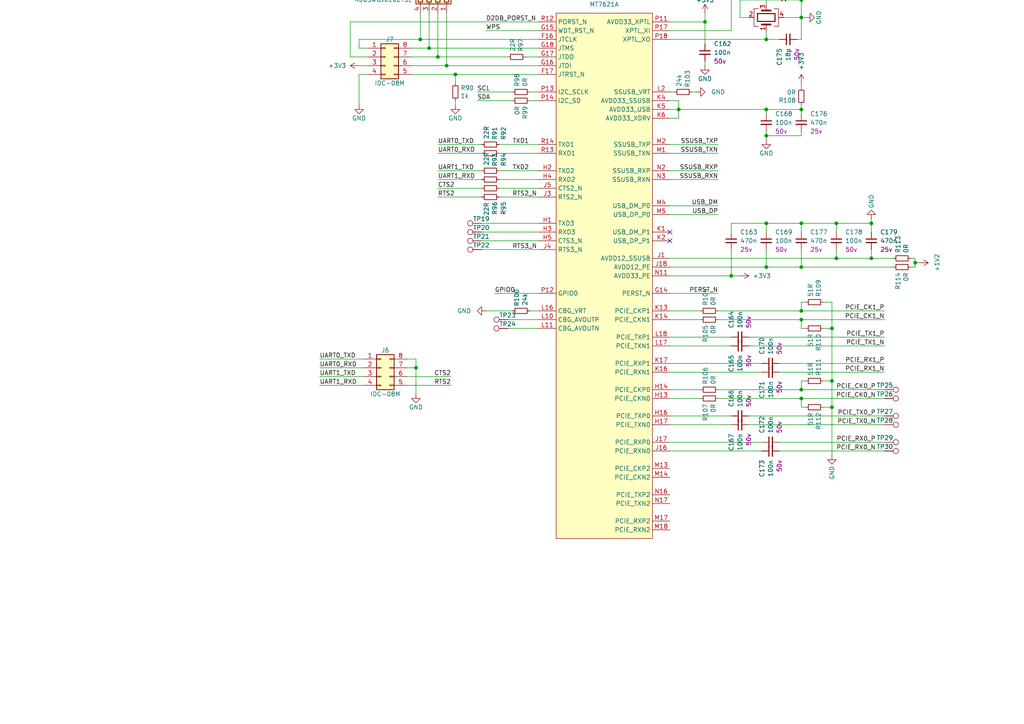
<source format=kicad_sch>
(kicad_sch (version 20211123) (generator eeschema)
  (paper "A4")
  (junction (at 232.41 0))
  (junction (at 127 16.51))
  (junction (at 222.25 31.75))
  (junction (at 168.91 -134.62))
  (junction (at 120.65 106.68))
  (junction (at 232.41 113.03))
  (junction (at 124.46 -7.62))
  (junction (at 185.42 -119.38))
  (junction (at 232.41 31.75))
  (junction (at 160.02 -127))
  (junction (at 242.57 64.77))
  (junction (at 184.15 -106.68))
  (junction (at 252.73 64.77))
  (junction (at 252.73 74.93))
  (junction (at 232.41 64.77))
  (junction (at 129.54 19.05))
  (junction (at 127 -7.62))
  (junction (at 185.42 -134.62))
  (junction (at 196.85 31.75))
  (junction (at 222.25 39.37))
  (junction (at 121.92 -7.62))
  (junction (at 222.25 77.47))
  (junction (at 241.3 118.11))
  (junction (at 176.53 -129.54))
  (junction (at 242.57 74.93))
  (junction (at 265.43 76.2))
  (junction (at 212.09 80.01))
  (junction (at 132.08 21.59))
  (junction (at 232.41 115.57))
  (junction (at 232.41 5.08))
  (junction (at 232.41 77.47))
  (junction (at 232.41 92.71))
  (junction (at 203.2 -67.31))
  (junction (at 121.92 11.43))
  (junction (at 232.41 90.17))
  (junction (at 124.46 13.97))
  (junction (at 222.25 -1.27))
  (junction (at 181.61 -99.06))
  (junction (at 185.42 -116.84))
  (junction (at 241.3 95.25))
  (junction (at 176.53 -134.62))
  (junction (at 185.42 -109.22))
  (junction (at 204.47 6.35))
  (junction (at 182.88 -101.6))
  (junction (at 241.3 110.49))
  (junction (at 222.25 64.77))
  (junction (at 222.25 11.43))
  (no_connect (at 194.31 67.31))
  (no_connect (at 194.31 69.85))
  (wire (pts (xy 196.85 31.75) (xy 196.85 34.29)))
  (wire (pts (xy 124.46 3.81) (xy 124.46 13.97)))
  (wire (pts (xy 204.47 3.81) (xy 204.47 6.35)))
  (wire (pts (xy 129.54 -7.62) (xy 129.54 -6.35)))
  (wire (pts (xy 127 57.15) (xy 139.7 57.15)))
  (wire (pts (xy 147.32 95.25) (xy 156.21 95.25)))
  (wire (pts (xy 138.43 -67.31) (xy 138.43 -66.04)))
  (wire (pts (xy 119.38 16.51) (xy 127 16.51)))
  (wire (pts (xy 194.31 113.03) (xy 203.2 113.03)))
  (wire (pts (xy 194.31 115.57) (xy 203.2 115.57)))
  (wire (pts (xy 232.41 11.43) (xy 232.41 5.08)))
  (wire (pts (xy 232.41 92.71) (xy 256.54 92.71)))
  (wire (pts (xy 232.41 31.75) (xy 232.41 30.48)))
  (wire (pts (xy 187.96 -101.6) (xy 182.88 -101.6)))
  (wire (pts (xy 127 44.45) (xy 139.7 44.45)))
  (wire (pts (xy 194.31 29.21) (xy 196.85 29.21)))
  (wire (pts (xy 104.14 30.48) (xy 104.14 21.59)))
  (wire (pts (xy 194.31 120.65) (xy 212.09 120.65)))
  (wire (pts (xy 168.91 -134.62) (xy 160.02 -134.62)))
  (wire (pts (xy 264.16 74.93) (xy 265.43 74.93)))
  (wire (pts (xy 121.92 -8.89) (xy 121.92 -7.62)))
  (wire (pts (xy 104.14 19.05) (xy 106.68 19.05)))
  (wire (pts (xy 232.41 110.49) (xy 232.41 113.03)))
  (wire (pts (xy 208.28 90.17) (xy 232.41 90.17)))
  (wire (pts (xy 101.6 6.35) (xy 156.21 6.35)))
  (wire (pts (xy 222.25 40.64) (xy 222.25 39.37)))
  (wire (pts (xy 99.06 -77.47) (xy 100.33 -77.47)))
  (wire (pts (xy 176.53 -129.54) (xy 179.07 -129.54)))
  (wire (pts (xy 184.15 -91.44) (xy 187.96 -91.44)))
  (wire (pts (xy 233.68 87.63) (xy 232.41 87.63)))
  (wire (pts (xy 242.57 64.77) (xy 232.41 64.77)))
  (wire (pts (xy 222.25 64.77) (xy 222.25 67.31)))
  (wire (pts (xy 185.42 -121.92) (xy 185.42 -119.38)))
  (wire (pts (xy 222.25 39.37) (xy 222.25 38.1)))
  (wire (pts (xy 232.41 115.57) (xy 256.54 115.57)))
  (wire (pts (xy 185.42 -93.98) (xy 187.96 -93.98)))
  (wire (pts (xy 176.53 -134.62) (xy 168.91 -134.62)))
  (wire (pts (xy 176.53 -127) (xy 176.53 -129.54)))
  (wire (pts (xy 217.17 123.19) (xy 256.54 123.19)))
  (wire (pts (xy 147.32 92.71) (xy 156.21 92.71)))
  (wire (pts (xy 92.71 104.14) (xy 105.41 104.14)))
  (wire (pts (xy 226.06 105.41) (xy 256.54 105.41)))
  (wire (pts (xy 208.28 44.45) (xy 194.31 44.45)))
  (wire (pts (xy 132.08 21.59) (xy 156.21 21.59)))
  (wire (pts (xy 232.41 5.08) (xy 232.41 0)))
  (wire (pts (xy 187.96 -109.22) (xy 185.42 -109.22)))
  (wire (pts (xy 265.43 76.2) (xy 265.43 77.47)))
  (wire (pts (xy 208.28 59.69) (xy 194.31 59.69)))
  (wire (pts (xy 222.25 11.43) (xy 226.06 11.43)))
  (wire (pts (xy 194.31 100.33) (xy 212.09 100.33)))
  (wire (pts (xy 227.33 5.08) (xy 232.41 5.08)))
  (wire (pts (xy 222.25 31.75) (xy 222.25 33.02)))
  (wire (pts (xy 185.42 -116.84) (xy 185.42 -114.3)))
  (wire (pts (xy 208.28 115.57) (xy 232.41 115.57)))
  (wire (pts (xy 184.15 -106.68) (xy 184.15 -91.44)))
  (wire (pts (xy 166.37 -67.31) (xy 166.37 -66.04)))
  (wire (pts (xy 139.7 64.77) (xy 156.21 64.77)))
  (wire (pts (xy 196.85 34.29) (xy 194.31 34.29)))
  (wire (pts (xy 92.71 106.68) (xy 105.41 106.68)))
  (wire (pts (xy 177.8 -77.47) (xy 176.53 -77.47)))
  (wire (pts (xy 233.68 118.11) (xy 232.41 118.11)))
  (wire (pts (xy 242.57 74.93) (xy 252.73 74.93)))
  (wire (pts (xy 118.11 106.68) (xy 120.65 106.68)))
  (wire (pts (xy 194.31 107.95) (xy 220.98 107.95)))
  (wire (pts (xy 176.53 -129.54) (xy 176.53 -134.62)))
  (wire (pts (xy 118.11 111.76) (xy 130.81 111.76)))
  (wire (pts (xy 149.86 -88.9) (xy 149.86 -77.47)))
  (wire (pts (xy 104.14 11.43) (xy 104.14 13.97)))
  (wire (pts (xy 124.46 -7.62) (xy 127 -7.62)))
  (wire (pts (xy 194.31 11.43) (xy 222.25 11.43)))
  (wire (pts (xy 242.57 64.77) (xy 242.57 67.31)))
  (wire (pts (xy 148.59 26.67) (xy 138.43 26.67)))
  (wire (pts (xy 238.76 95.25) (xy 241.3 95.25)))
  (wire (pts (xy 194.31 130.81) (xy 220.98 130.81)))
  (wire (pts (xy 168.91 -134.62) (xy 168.91 -133.35)))
  (wire (pts (xy 212.09 64.77) (xy 222.25 64.77)))
  (wire (pts (xy 232.41 90.17) (xy 256.54 90.17)))
  (wire (pts (xy 124.46 13.97) (xy 156.21 13.97)))
  (wire (pts (xy 210.82 -68.58) (xy 210.82 -67.31)))
  (wire (pts (xy 168.91 -101.6) (xy 182.88 -101.6)))
  (wire (pts (xy 127 54.61) (xy 139.7 54.61)))
  (wire (pts (xy 120.65 106.68) (xy 120.65 114.3)))
  (wire (pts (xy 194.31 80.01) (xy 212.09 80.01)))
  (wire (pts (xy 265.43 74.93) (xy 265.43 76.2)))
  (wire (pts (xy 194.31 97.79) (xy 212.09 97.79)))
  (wire (pts (xy 204.47 19.05) (xy 204.47 17.78)))
  (wire (pts (xy 212.09 -1.27) (xy 222.25 -1.27)))
  (wire (pts (xy 195.58 26.67) (xy 194.31 26.67)))
  (wire (pts (xy 144.78 52.07) (xy 156.21 52.07)))
  (wire (pts (xy 92.71 109.22) (xy 105.41 109.22)))
  (wire (pts (xy 99.06 -88.9) (xy 99.06 -77.47)))
  (wire (pts (xy 222.25 8.89) (xy 222.25 11.43)))
  (wire (pts (xy 143.51 85.09) (xy 156.21 85.09)))
  (wire (pts (xy 97.79 -99.06) (xy 163.83 -99.06)))
  (wire (pts (xy 121.92 -7.62) (xy 124.46 -7.62)))
  (wire (pts (xy 104.14 21.59) (xy 106.68 21.59)))
  (wire (pts (xy 232.41 24.13) (xy 232.41 25.4)))
  (wire (pts (xy 203.2 -68.58) (xy 203.2 -67.31)))
  (wire (pts (xy 194.31 105.41) (xy 220.98 105.41)))
  (wire (pts (xy 176.53 -134.62) (xy 185.42 -134.62)))
  (wire (pts (xy 232.41 -1.27) (xy 229.87 -1.27)))
  (wire (pts (xy 185.42 -137.16) (xy 185.42 -134.62)))
  (wire (pts (xy 101.6 16.51) (xy 106.68 16.51)))
  (wire (pts (xy 182.88 -101.6) (xy 182.88 -86.36)))
  (wire (pts (xy 212.09 8.89) (xy 212.09 -1.27)))
  (wire (pts (xy 232.41 118.11) (xy 232.41 115.57)))
  (wire (pts (xy 196.85 31.75) (xy 222.25 31.75)))
  (wire (pts (xy 101.6 6.35) (xy 101.6 16.51)))
  (wire (pts (xy 231.14 11.43) (xy 232.41 11.43)))
  (wire (pts (xy 232.41 39.37) (xy 232.41 38.1)))
  (wire (pts (xy 196.85 31.75) (xy 194.31 31.75)))
  (wire (pts (xy 154.94 -77.47) (xy 156.21 -77.47)))
  (wire (pts (xy 222.25 77.47) (xy 232.41 77.47)))
  (wire (pts (xy 252.73 74.93) (xy 252.73 72.39)))
  (wire (pts (xy 232.41 64.77) (xy 222.25 64.77)))
  (wire (pts (xy 127 3.81) (xy 127 16.51)))
  (wire (pts (xy 154.94 -88.9) (xy 154.94 -77.47)))
  (wire (pts (xy 187.96 -106.68) (xy 184.15 -106.68)))
  (wire (pts (xy 121.92 -77.47) (xy 120.65 -77.47)))
  (wire (pts (xy 104.14 11.43) (xy 121.92 11.43)))
  (wire (pts (xy 222.25 -1.27) (xy 224.79 -1.27)))
  (wire (pts (xy 217.17 120.65) (xy 256.54 120.65)))
  (wire (pts (xy 201.93 26.67) (xy 200.66 26.67)))
  (wire (pts (xy 194.31 74.93) (xy 242.57 74.93)))
  (wire (pts (xy 187.96 -83.82) (xy 181.61 -83.82)))
  (wire (pts (xy 208.28 92.71) (xy 232.41 92.71)))
  (wire (pts (xy 222.25 1.27) (xy 222.25 -1.27)))
  (wire (pts (xy 119.38 19.05) (xy 129.54 19.05)))
  (wire (pts (xy 194.31 77.47) (xy 222.25 77.47)))
  (wire (pts (xy 187.96 -121.92) (xy 185.42 -121.92)))
  (wire (pts (xy 92.71 111.76) (xy 105.41 111.76)))
  (wire (pts (xy 140.97 90.17) (xy 148.59 90.17)))
  (wire (pts (xy 144.78 54.61) (xy 156.21 54.61)))
  (wire (pts (xy 208.28 49.53) (xy 194.31 49.53)))
  (wire (pts (xy 129.54 19.05) (xy 156.21 19.05)))
  (wire (pts (xy 124.46 -7.62) (xy 124.46 -6.35)))
  (wire (pts (xy 241.3 118.11) (xy 241.3 132.08)))
  (wire (pts (xy 226.06 128.27) (xy 256.54 128.27)))
  (wire (pts (xy 139.7 67.31) (xy 156.21 67.31)))
  (wire (pts (xy 97.79 -106.68) (xy 184.15 -106.68)))
  (wire (pts (xy 226.06 107.95) (xy 256.54 107.95)))
  (wire (pts (xy 184.15 -129.54) (xy 187.96 -129.54)))
  (wire (pts (xy 121.92 -7.62) (xy 121.92 -6.35)))
  (wire (pts (xy 232.41 77.47) (xy 259.08 77.47)))
  (wire (pts (xy 121.92 11.43) (xy 156.21 11.43)))
  (wire (pts (xy 194.31 90.17) (xy 203.2 90.17)))
  (wire (pts (xy 144.78 44.45) (xy 156.21 44.45)))
  (wire (pts (xy 132.08 21.59) (xy 132.08 24.13)))
  (wire (pts (xy 127 -7.62) (xy 129.54 -7.62)))
  (wire (pts (xy 127 52.07) (xy 139.7 52.07)))
  (wire (pts (xy 168.91 -127) (xy 168.91 -128.27)))
  (wire (pts (xy 238.76 87.63) (xy 241.3 87.63)))
  (wire (pts (xy 252.73 64.77) (xy 252.73 67.31)))
  (wire (pts (xy 127 41.91) (xy 139.7 41.91)))
  (wire (pts (xy 217.17 100.33) (xy 256.54 100.33)))
  (wire (pts (xy 194.31 128.27) (xy 220.98 128.27)))
  (wire (pts (xy 232.41 31.75) (xy 232.41 33.02)))
  (wire (pts (xy 97.79 -119.38) (xy 185.42 -119.38)))
  (wire (pts (xy 185.42 -134.62) (xy 187.96 -134.62)))
  (wire (pts (xy 233.68 95.25) (xy 232.41 95.25)))
  (wire (pts (xy 120.65 104.14) (xy 120.65 106.68)))
  (wire (pts (xy 241.3 110.49) (xy 241.3 118.11)))
  (wire (pts (xy 185.42 -119.38) (xy 187.96 -119.38)))
  (wire (pts (xy 181.61 -99.06) (xy 187.96 -99.06)))
  (wire (pts (xy 208.28 113.03) (xy 232.41 113.03)))
  (wire (pts (xy 127 -88.9) (xy 127 -77.47)))
  (wire (pts (xy 132.08 30.48) (xy 132.08 29.21)))
  (wire (pts (xy 232.41 113.03) (xy 256.54 113.03)))
  (wire (pts (xy 168.91 -99.06) (xy 181.61 -99.06)))
  (wire (pts (xy 144.78 41.91) (xy 156.21 41.91)))
  (wire (pts (xy 182.88 -86.36) (xy 187.96 -86.36)))
  (wire (pts (xy 152.4 16.51) (xy 156.21 16.51)))
  (wire (pts (xy 153.67 90.17) (xy 156.21 90.17)))
  (wire (pts (xy 203.2 -67.31) (xy 203.2 -66.04)))
  (wire (pts (xy 148.59 29.21) (xy 138.43 29.21)))
  (wire (pts (xy 252.73 74.93) (xy 259.08 74.93)))
  (wire (pts (xy 160.02 -128.27) (xy 160.02 -127)))
  (wire (pts (xy 212.09 80.01) (xy 212.09 72.39)))
  (wire (pts (xy 194.31 123.19) (xy 212.09 123.19)))
  (wire (pts (xy 185.42 -109.22) (xy 185.42 -93.98)))
  (wire (pts (xy 217.17 5.08) (xy 214.63 5.08)))
  (wire (pts (xy 208.28 52.07) (xy 194.31 52.07)))
  (wire (pts (xy 179.07 -127) (xy 176.53 -127)))
  (wire (pts (xy 140.97 8.89) (xy 156.21 8.89)))
  (wire (pts (xy 233.68 5.08) (xy 232.41 5.08)))
  (wire (pts (xy 127 -77.47) (xy 128.27 -77.47)))
  (wire (pts (xy 149.86 -77.47) (xy 148.59 -77.47)))
  (wire (pts (xy 144.78 49.53) (xy 156.21 49.53)))
  (wire (pts (xy 153.67 29.21) (xy 156.21 29.21)))
  (wire (pts (xy 104.14 13.97) (xy 106.68 13.97)))
  (wire (pts (xy 238.76 118.11) (xy 241.3 118.11)))
  (wire (pts (xy 266.7 76.2) (xy 265.43 76.2)))
  (wire (pts (xy 204.47 6.35) (xy 194.31 6.35)))
  (wire (pts (xy 233.68 110.49) (xy 232.41 110.49)))
  (wire (pts (xy 232.41 64.77) (xy 232.41 67.31)))
  (wire (pts (xy 177.8 -88.9) (xy 177.8 -77.47)))
  (wire (pts (xy 144.78 57.15) (xy 156.21 57.15)))
  (wire (pts (xy 241.3 95.25) (xy 241.3 110.49)))
  (wire (pts (xy 130.81 109.22) (xy 118.11 109.22)))
  (wire (pts (xy 97.79 -101.6) (xy 163.83 -101.6)))
  (wire (pts (xy 121.92 3.81) (xy 121.92 11.43)))
  (wire (pts (xy 160.02 -127) (xy 160.02 -125.73)))
  (wire (pts (xy 238.76 110.49) (xy 241.3 110.49)))
  (wire (pts (xy 208.28 41.91) (xy 194.31 41.91)))
  (wire (pts (xy 214.63 0) (xy 232.41 0)))
  (wire (pts (xy 226.06 130.81) (xy 256.54 130.81)))
  (wire (pts (xy 222.25 31.75) (xy 232.41 31.75)))
  (wire (pts (xy 153.67 26.67) (xy 156.21 26.67)))
  (wire (pts (xy 204.47 12.7) (xy 204.47 6.35)))
  (wire (pts (xy 232.41 87.63) (xy 232.41 90.17)))
  (wire (pts (xy 222.25 72.39) (xy 222.25 77.47)))
  (wire (pts (xy 187.96 -116.84) (xy 185.42 -116.84)))
  (wire (pts (xy 139.7 72.39) (xy 156.21 72.39)))
  (wire (pts (xy 121.92 -88.9) (xy 121.92 -77.47)))
  (wire (pts (xy 185.42 -114.3) (xy 187.96 -114.3)))
  (wire (pts (xy 214.63 80.01) (xy 212.09 80.01)))
  (wire (pts (xy 242.57 74.93) (xy 242.57 72.39)))
  (wire (pts (xy 181.61 -83.82) (xy 181.61 -99.06)))
  (wire (pts (xy 119.38 13.97) (xy 124.46 13.97)))
  (wire (pts (xy 242.57 64.77) (xy 252.73 64.77)))
  (wire (pts (xy 222.25 39.37) (xy 232.41 39.37)))
  (wire (pts (xy 139.7 69.85) (xy 156.21 69.85)))
  (wire (pts (xy 217.17 97.79) (xy 256.54 97.79)))
  (wire (pts (xy 196.85 29.21) (xy 196.85 31.75)))
  (wire (pts (xy 232.41 95.25) (xy 232.41 92.71)))
  (wire (pts (xy 212.09 64.77) (xy 212.09 67.31)))
  (wire (pts (xy 110.49 -67.31) (xy 110.49 -66.04)))
  (wire (pts (xy 208.28 62.23) (xy 194.31 62.23)))
  (wire (pts (xy 97.79 -116.84) (xy 185.42 -116.84)))
  (wire (pts (xy 118.11 104.14) (xy 120.65 104.14)))
  (wire (pts (xy 160.02 -134.62) (xy 160.02 -133.35)))
  (wire (pts (xy 252.73 63.5) (xy 252.73 64.77)))
  (wire (pts (xy 127 49.53) (xy 139.7 49.53)))
  (wire (pts (xy 265.43 77.47) (xy 264.16 77.47)))
  (wire (pts (xy 194.31 8.89) (xy 212.09 8.89)))
  (wire (pts (xy 184.15 -127) (xy 187.96 -127)))
  (wire (pts (xy 232.41 0) (xy 232.41 -1.27)))
  (wire (pts (xy 214.63 5.08) (xy 214.63 0)))
  (wire (pts (xy 127 -7.62) (xy 127 -6.35)))
  (wire (pts (xy 232.41 72.39) (xy 232.41 77.47)))
  (wire (pts (xy 194.31 92.71) (xy 203.2 92.71)))
  (wire (pts (xy 203.2 -67.31) (xy 210.82 -67.31)))
  (wire (pts (xy 241.3 87.63) (xy 241.3 95.25)))
  (wire (pts (xy 97.79 -109.22) (xy 185.42 -109.22)))
  (wire (pts (xy 127 16.51) (xy 147.32 16.51)))
  (wire (pts (xy 160.02 -127) (xy 168.91 -127)))
  (wire (pts (xy 129.54 3.81) (xy 129.54 19.05)))
  (wire (pts (xy 194.31 85.09) (xy 208.28 85.09)))
  (wire (pts (xy 119.38 21.59) (xy 132.08 21.59)))
  (label "SSUSB_RXP" (at 149.86 -88.9 270))
  (label "SDA" (at 138.43 29.21 0))
  (label "SSUSB_RXN" (at 97.79 -109.22 0))
  (label "SSUSB_RXN" (at 208.28 52.07 180))
  (label "SSUSB_RXP" (at 208.28 49.53 180))
  (label "USB_DP" (at 97.79 -116.84 0))
  (label "SSUSB_RXN" (at 127 -88.9 270))
  (label "SSUSB_TXN" (at 154.94 -88.9 270))
  (label "USB_DP" (at 208.28 62.23 180))
  (label "GPIO0" (at 143.51 85.09 0))
  (label "USB_DM" (at 208.28 59.69 180))
  (label "USB_DM" (at 99.06 -88.9 270))
  (label "UART0_TXD" (at 92.71 104.14 0))
  (label "UART1_RXD" (at 92.71 111.76 0))
  (label "TXD2" (at 148.59 49.53 0))
  (label "PCIE_RX0_P" (at 254 128.27 180))
  (label "PCIE_CK0_N" (at 254 115.57 180))
  (label "UART1_RXD" (at 127 52.07 0))
  (label "CTS2" (at 127 54.61 0))
  (label "WPS" (at 140.97 8.89 0))
  (label "PCIE_TX0_P" (at 254 120.65 180))
  (label "UART1_TXD" (at 127 49.53 0))
  (label "PCIE_TX0_N" (at 254 123.19 180))
  (label "PCIE_CK0_P" (at 254 113.03 180))
  (label "D2DB_PORST_N" (at 140.97 6.35 0))
  (label "PCIE_RX1_P" (at 256.54 105.41 180))
  (label "RTS2" (at 127 57.15 0))
  (label "SCL" (at 138.43 26.67 0))
  (label "PCIE_RX0_N" (at 254 130.81 180))
  (label "PCIE_TX1_N" (at 256.54 100.33 180))
  (label "PCIE_CK1_N" (at 256.54 92.71 180))
  (label "UART0_RXD" (at 127 44.45 0))
  (label "PCIE_RX1_N" (at 256.54 107.95 180))
  (label "SSUSB_RXP" (at 97.79 -106.68 0))
  (label "SSUSB_TXP" (at 208.28 41.91 180))
  (label "SSUSB_TXP" (at 97.79 -99.06 0))
  (label "USB_DM" (at 97.79 -119.38 0))
  (label "RTS3_N" (at 148.59 72.39 0))
  (label "SSUSB_TXN" (at 208.28 44.45 180))
  (label "RTS2_N" (at 148.59 57.15 0))
  (label "UART0_TXD" (at 127 41.91 0))
  (label "UART0_RXD" (at 92.71 106.68 0))
  (label "SSUSB_TXP" (at 177.8 -88.9 270))
  (label "TXD1" (at 148.59 41.91 0))
  (label "RTS2" (at 130.81 111.76 180))
  (label "PCIE_CK1_P" (at 256.54 90.17 180))
  (label "SSUSB_TXN" (at 97.79 -101.6 0))
  (label "UART1_TXD" (at 92.71 109.22 0))
  (label "CTS2" (at 130.81 109.22 180))
  (label "PERST_N" (at 208.28 85.09 180))
  (label "PCIE_TX1_P" (at 256.54 97.79 180))
  (label "USB_DP" (at 121.92 -88.9 270))
  (symbol (lib_id "power:GND") (at 204.47 19.05 0) (mirror y) (unit 1)
    (property "Reference" "#PWR0211" (effects hide))
    (property "Value" "GND" (at 204.47 22.86 0))
  )
  (symbol (lib_id "Device:C_Small") (at 232.41 35.56 0) (unit 1)
    (property "Reference" "C176" (at 234.95 33.02 0) (effects (justify left)))
    (property "Value" "470n" (at 234.95 35.56 0) (effects (justify left)))
    (property "Footprint" "Capacitor_SMD:C_0603_1608Metric" (effects hide))
    (property "lcsc" "C1623" (effects hide))
    (property "Coefficient" "X7R" (effects hide))
    (property "Voltage" "25v" (at 234.95 38.1 0) (effects (justify left)))
  )
  (symbol (lib_id "power:GND") (at 241.3 132.08 0) (mirror y) (unit 1)
    (property "Reference" "#PWR0222" (effects hide))
    (property "Value" "GND" (at 241.3 137.16 90))
  )
  (symbol (lib_id "Device:R_Small") (at 205.74 113.03 270) (unit 1)
    (property "Reference" "R106" (at 204.5716 111.5314 0) (effects (justify right)))
    (property "Value" "0R" (at 206.883 111.5314 0) (effects (justify right)))
    (property "Footprint" "Resistor_SMD:R_0603_1608Metric" (effects hide))
    (property "lcsc" "C21189" (effects hide))
    (property "Coefficient" "1%" (effects hide))
  )
  (symbol (lib_id "power:GND") (at 233.68 5.08 90) (mirror x) (unit 1)
    (property "Reference" "#PWR0212" (effects hide))
    (property "Value" "GND" (at 237.49 5.08 0))
  )
  (symbol (lib_id "power:GND") (at 160.02 -125.73 0) (unit 1)
    (property "Reference" "#PWR0215" (effects hide))
    (property "Value" "GND" (at 160.02 -121.92 0))
  )
  (symbol (lib_id "Device:C_Small") (at 223.52 105.41 90) (unit 1)
    (property "Reference" "C170" (at 220.98 102.87 0) (effects (justify left)))
    (property "Value" "100n" (at 223.52 102.87 0) (effects (justify left)))
    (property "Footprint" "Capacitor_SMD:C_0603_1608Metric" (effects hide))
    (property "lcsc" "C14663" (effects hide))
    (property "Coefficient" "X7R" (effects hide))
    (property "Voltage" "50v" (at 226.06 102.87 0) (effects (justify left)))
  )
  (symbol (lib_id "power:GND") (at 201.93 26.67 90) (mirror x) (unit 1)
    (property "Reference" "#PWR0213" (effects hide))
    (property "Value" "GND" (at 208.28 26.67 90))
  )
  (symbol (lib_id "Device:C_Small") (at 223.52 130.81 90) (mirror x) (unit 1)
    (property "Reference" "C173" (at 220.98 133.35 0) (effects (justify left)))
    (property "Value" "100n" (at 223.52 133.35 0) (effects (justify left)))
    (property "Footprint" "Capacitor_SMD:C_0603_1608Metric" (effects hide))
    (property "lcsc" "C14663" (effects hide))
    (property "Coefficient" "X7R" (effects hide))
    (property "Voltage" "50v" (at 226.06 133.35 0) (effects (justify left)))
  )
  (symbol (lib_id "Device:C_Small") (at 214.63 100.33 90) (mirror x) (unit 1)
    (property "Reference" "C165" (at 212.09 102.87 0) (effects (justify left)))
    (property "Value" "100n" (at 214.63 102.87 0) (effects (justify left)))
    (property "Footprint" "Capacitor_SMD:C_0603_1608Metric" (effects hide))
    (property "lcsc" "C14663" (effects hide))
    (property "Coefficient" "X7R" (effects hide))
    (property "Voltage" "50v" (at 217.17 102.87 0) (effects (justify left)))
  )
  (symbol (lib_id "Device:R_Small") (at 151.13 90.17 270) (unit 1)
    (property "Reference" "R100" (at 149.86 88.9 0) (effects (justify right)))
    (property "Value" "24k" (at 152.273 88.6714 0) (effects (justify right)))
    (property "Footprint" "Resistor_SMD:R_0603_1608Metric" (effects hide))
    (property "lcsc" "C23352" (effects hide))
    (property "Coefficient" "1%" (effects hide))
  )
  (symbol (lib_id "Device:R_Small") (at 236.22 87.63 90) (mirror x) (unit 1)
    (property "Reference" "R109" (at 237.3884 86.1314 0) (effects (justify right)))
    (property "Value" "51R" (at 235.077 86.1314 0) (effects (justify right)))
    (property "Footprint" "Resistor_SMD:R_0603_1608Metric" (effects hide))
    (property "lcsc" "C23197" (effects hide))
    (property "Coefficient" "1%" (effects hide))
  )
  (symbol (lib_id "Device:R_Small") (at 142.24 54.61 90) (mirror x) (unit 1)
    (property "Reference" "R95" (at 146.05 58.42 0) (effects (justify left)))
    (property "Value" "22R" (effects hide))
    (property "Footprint" "Resistor_SMD:R_0603_1608Metric" (effects hide))
    (property "lcsc" "C23345" (effects hide))
    (property "Coefficient" "1%" (effects hide))
  )
  (symbol (lib_id "power:GND") (at 104.14 30.48 0) (unit 1)
    (property "Reference" "#PWR0221" (effects hide))
    (property "Value" "GND" (at 104.14 34.29 0))
  )
  (symbol (lib_id "power:GND") (at 140.97 90.17 270) (unit 1)
    (property "Reference" "#PWR0219" (effects hide))
    (property "Value" "GND" (at 134.62 90.17 90))
  )
  (symbol (lib_id "Connector:TestPoint") (at 147.32 92.71 90) (unit 1) (in_bom no)
    (property "Reference" "TP23" (at 144.78 91.44 90) (effects (justify right)))
    (property "Value" "TestPoint" (effects hide))
    (property "Footprint" "TestPoint:TestPoint_Pad_D1.0mm" (effects hide))
  )
  (symbol (lib_id "power:GND") (at 222.25 40.64 0) (unit 1)
    (property "Reference" "#PWR0223" (effects hide))
    (property "Value" "GND" (at 222.25 44.45 0))
  )
  (symbol (lib_id "Device:C_Small") (at 168.91 -130.81 0) (unit 1)
    (property "Reference" "C161" (at 171.45 -133.35 0) (effects (justify left)))
    (property "Value" "100n" (at 171.45 -130.81 0) (effects (justify left)))
    (property "Footprint" "Capacitor_SMD:C_0603_1608Metric" (effects hide))
    (property "lcsc" "C14663" (effects hide))
    (property "Coefficient" "X7R" (effects hide))
    (property "Voltage" "50v" (at 171.45 -128.27 0) (effects (justify left)))
  )
  (symbol (lib_id "Device:R_Small") (at 205.74 115.57 270) (mirror x) (unit 1)
    (property "Reference" "R107" (at 204.5716 117.0686 0) (effects (justify right)))
    (property "Value" "0R" (at 206.883 117.0686 0) (effects (justify right)))
    (property "Footprint" "Resistor_SMD:R_0603_1608Metric" (effects hide))
    (property "lcsc" "C21189" (effects hide))
    (property "Coefficient" "1%" (effects hide))
  )
  (symbol (lib_id "Device:C_Small") (at 252.73 69.85 0) (unit 1)
    (property "Reference" "C179" (at 255.27 67.31 0) (effects (justify left)))
    (property "Value" "470n" (at 255.27 69.85 0) (effects (justify left)))
    (property "Footprint" "Capacitor_SMD:C_0603_1608Metric" (effects hide))
    (property "lcsc" "C1623" (effects hide))
    (property "Coefficient" "X7R" (effects hide))
    (property "Voltage" "25v" (at 255.27 72.39 0) (effects (justify left)))
  )
  (symbol (lib_id "Device:R_Small") (at 149.86 16.51 90) (mirror x) (unit 1)
    (property "Reference" "R97" (at 151.0284 15.0114 0) (effects (justify right)))
    (property "Value" "22R" (at 148.717 15.0114 0) (effects (justify right)))
    (property "Footprint" "Resistor_SMD:R_0603_1608Metric" (effects hide))
    (property "lcsc" "C23345" (effects hide))
    (property "Coefficient" "1%" (effects hide))
  )
  (symbol (lib_id "Device:R_Small") (at 142.24 41.91 90) (mirror x) (unit 1)
    (property "Reference" "R91" (at 143.51 40.64 0) (effects (justify right)))
    (property "Value" "22R" (at 141.097 40.4114 0) (effects (justify right)))
    (property "Footprint" "Resistor_SMD:R_0603_1608Metric" (effects hide))
    (property "lcsc" "C23345" (effects hide))
    (property "Coefficient" "1%" (effects hide))
  )
  (symbol (lib_id "power:GND") (at 110.49 -66.04 0) (unit 1)
    (property "Reference" "#PWR0217" (effects hide))
    (property "Value" "GND" (at 110.49 -62.23 0))
  )
  (symbol (lib_id "Device:R_Small") (at 142.24 44.45 90) (unit 1)
    (property "Reference" "R92" (at 146.05 40.64 0) (effects (justify left)))
    (property "Value" "22R" (effects hide))
    (property "Footprint" "Resistor_SMD:R_0603_1608Metric" (effects hide))
    (property "lcsc" "C23345" (effects hide))
    (property "Coefficient" "1%" (effects hide))
  )
  (symbol (lib_id "MAS_IC_MCU:MT7621A") (at 175.26 66.04 0) (unit 2)
    (property "Reference" "U2" (at 175.26 -1.27 0))
    (property "Value" "MT7621A" (at 175.26 1.27 0))
    (property "Footprint" "MAS_Package_std:TFBGA-387_11.7x13.6mm_P0.65mm" (effects hide))
    (property "Datasheet" "https://www.t-firefly.com/download/FireWRT/hardware/MT7621.pdf" (effects hide))
  )
  (symbol (lib_id "Device:R_Small") (at 181.61 -129.54 270) (unit 1)
    (property "Reference" "R101" (at 180.4416 -131.0386 0) (effects (justify right)))
    (property "Value" "22k" (at 182.753 -131.0386 0) (effects (justify right)))
    (property "Footprint" "Resistor_SMD:R_0603_1608Metric" (effects hide))
    (property "lcsc" "C31850" (effects hide))
    (property "Coefficient" "1%" (effects hide))
  )
  (symbol (lib_id "Device:C_Small") (at 212.09 69.85 0) (unit 1)
    (property "Reference" "C163" (at 214.63 67.31 0) (effects (justify left)))
    (property "Value" "470n" (at 214.63 69.85 0) (effects (justify left)))
    (property "Footprint" "Capacitor_SMD:C_0603_1608Metric" (effects hide))
    (property "lcsc" "C1623" (effects hide))
    (property "Coefficient" "X7R" (effects hide))
    (property "Voltage" "25v" (at 214.63 72.39 0) (effects (justify left)))
  )
  (symbol (lib_id "Device:C_Small") (at 166.37 -101.6 90) (unit 1)
    (property "Reference" "C159" (at 163.83 -104.14 0) (effects (justify left)))
    (property "Value" "100n" (at 166.37 -104.14 0) (effects (justify left)))
    (property "Footprint" "Capacitor_SMD:C_0603_1608Metric" (effects hide))
    (property "lcsc" "C14663" (effects hide))
    (property "Coefficient" "X7R" (effects hide))
    (property "Voltage" "50v" (at 168.91 -104.14 0) (effects (justify left)))
  )
  (symbol (lib_id "Device:R_Small") (at 205.74 92.71 270) (mirror x) (unit 1)
    (property "Reference" "R105" (at 204.5716 94.2086 0) (effects (justify right)))
    (property "Value" "0R" (at 206.883 94.2086 0) (effects (justify right)))
    (property "Footprint" "Resistor_SMD:R_0603_1608Metric" (effects hide))
    (property "lcsc" "C21189" (effects hide))
    (property "Coefficient" "1%" (effects hide))
  )
  (symbol (lib_id "Device:R_Small") (at 142.24 49.53 90) (mirror x) (unit 1)
    (property "Reference" "R93" (at 143.51 48.26 0) (effects (justify right)))
    (property "Value" "22R" (at 141.097 48.0314 0) (effects (justify right)))
    (property "Footprint" "Resistor_SMD:R_0603_1608Metric" (effects hide))
    (property "lcsc" "C23345" (effects hide))
    (property "Coefficient" "1%" (effects hide))
  )
  (symbol (lib_id "power:+5V") (at 185.42 -137.16 0) (unit 1)
    (property "Reference" "#PWR0214" (effects hide))
    (property "Value" "+5V" (at 185.42 -140.97 0))
  )
  (symbol (lib_id "Device:R_Small") (at 232.41 27.94 0) (unit 1)
    (property "Reference" "R108" (at 230.9114 29.1084 0) (effects (justify right)))
    (property "Value" "0R" (at 230.9114 26.797 0) (effects (justify right)))
    (property "Footprint" "Resistor_SMD:R_0603_1608Metric" (effects hide))
    (property "lcsc" "C21189" (effects hide))
    (property "Coefficient" "1%" (effects hide))
  )
  (symbol (lib_id "Device:R_Small") (at 236.22 118.11 90) (unit 1)
    (property "Reference" "R112" (at 237.3884 119.6086 0) (effects (justify right)))
    (property "Value" "51R" (at 235.077 119.6086 0) (effects (justify right)))
    (property "Footprint" "Resistor_SMD:R_0603_1608Metric" (effects hide))
    (property "lcsc" "C23197" (effects hide))
    (property "Coefficient" "1%" (effects hide))
  )
  (symbol (lib_id "power:GND") (at 132.08 30.48 0) (unit 1)
    (property "Reference" "#PWR0218" (effects hide))
    (property "Value" "GND" (at 132.08 34.29 0))
  )
  (symbol (lib_id "main-rescue:+3.3V-power") (at 121.92 -8.89 0) (mirror y) (unit 1)
    (property "Reference" "#U0120" (effects hide))
    (property "Value" "+3.3V" (at 121.92 -15.24 90))
  )
  (symbol (lib_id "Device:C_Small") (at 214.63 97.79 90) (unit 1)
    (property "Reference" "C164" (at 212.09 95.25 0) (effects (justify left)))
    (property "Value" "100n" (at 214.63 95.25 0) (effects (justify left)))
    (property "Footprint" "Capacitor_SMD:C_0603_1608Metric" (effects hide))
    (property "lcsc" "C14663" (effects hide))
    (property "Coefficient" "X7R" (effects hide))
    (property "Voltage" "50v" (at 217.17 95.25 0) (effects (justify left)))
  )
  (symbol (lib_id "Device:R_Small") (at 205.74 90.17 270) (unit 1)
    (property "Reference" "R104" (at 204.5716 88.6714 0) (effects (justify right)))
    (property "Value" "0R" (at 206.883 88.6714 0) (effects (justify right)))
    (property "Footprint" "Resistor_SMD:R_0603_1608Metric" (effects hide))
    (property "lcsc" "C21189" (effects hide))
    (property "Coefficient" "1%" (effects hide))
  )
  (symbol (lib_id "power:GND") (at 203.2 -66.04 0) (unit 1)
    (property "Reference" "#PWR0210" (effects hide))
    (property "Value" "GND" (at 203.2 -62.23 0))
  )
  (symbol (lib_id "Device:R_Small") (at 261.62 77.47 270) (mirror x) (unit 1)
    (property "Reference" "R114" (at 260.4516 78.9686 0) (effects (justify right)))
    (property "Value" "0R" (at 262.763 78.9686 0) (effects (justify right)))
    (property "Footprint" "Resistor_SMD:R_0603_1608Metric" (effects hide))
    (property "lcsc" "C21189" (effects hide))
    (property "Coefficient" "1%" (effects hide))
  )
  (symbol (lib_id "Device:R_Small") (at 181.61 -127 270) (mirror x) (unit 1)
    (property "Reference" "R102" (at 180.4416 -125.5014 0) (effects (justify right)))
    (property "Value" "22k" (at 182.753 -125.5014 0) (effects (justify right)))
    (property "Footprint" "Resistor_SMD:R_0603_1608Metric" (effects hide))
    (property "lcsc" "C31850" (effects hide))
    (property "Coefficient" "1%" (effects hide))
  )
  (symbol (lib_id "main-rescue:+3.3V-power") (at 214.63 80.01 270) (mirror x) (unit 1)
    (property "Reference" "#U0124" (effects hide))
    (property "Value" "+3.3V" (at 220.98 80.01 90))
  )
  (symbol (lib_id "main-rescue:+3.3V-power") (at 232.41 24.13 0) (mirror y) (unit 1)
    (property "Reference" "#U0121" (effects hide))
    (property "Value" "+3.3V" (at 232.41 17.78 90))
  )
  (symbol (lib_id "Device:R_Small") (at 236.22 95.25 90) (unit 1)
    (property "Reference" "R110" (at 237.3884 96.7486 0) (effects (justify right)))
    (property "Value" "51R" (at 235.077 96.7486 0) (effects (justify right)))
    (property "Footprint" "Resistor_SMD:R_0603_1608Metric" (effects hide))
    (property "lcsc" "C23197" (effects hide))
    (property "Coefficient" "1%" (effects hide))
  )
  (symbol (lib_id "power:GND") (at 138.43 -66.04 0) (unit 1)
    (property "Reference" "#PWR0216" (effects hide))
    (property "Value" "GND" (at 138.43 -62.23 0))
  )
  (symbol (lib_id "Device:R_Small") (at 142.24 57.15 90) (unit 1)
    (property "Reference" "R96" (at 143.51 58.42 0) (effects (justify right)))
    (property "Value" "22R" (at 141.097 58.6486 0) (effects (justify right)))
    (property "Footprint" "Resistor_SMD:R_0603_1608Metric" (effects hide))
    (property "lcsc" "C23345" (effects hide))
    (property "Coefficient" "1%" (effects hide))
  )
  (symbol (lib_id "Device:C_Small") (at 227.33 -1.27 90) (unit 1)
    (property "Reference" "C174" (at 224.79 -3.81 0) (effects (justify left)))
    (property "Value" "18p" (at 227.33 -3.81 0) (effects (justify left)))
    (property "Footprint" "Capacitor_SMD:C_0603_1608Metric" (effects hide))
    (property "lcsc" "C1647" (effects hide))
    (property "Coefficient" "C0G" (effects hide))
    (property "Voltage" "50v" (at 229.87 -3.81 0) (effects (justify left)))
  )
  (symbol (lib_id "Connector:TestPoint") (at 256.54 128.27 270) (mirror x) (unit 1) (in_bom no)
    (property "Reference" "TP29" (at 259.08 127 90) (effects (justify right)))
    (property "Value" "TestPoint" (effects hide))
    (property "Footprint" "TestPoint:TestPoint_Pad_D1.0mm" (effects hide))
  )
  (symbol (lib_id "Power_Protection:TPD2EUSB30") (at 110.49 -77.47 0) (mirror y) (unit 1)
    (property "Reference" "U12" (at 110.49 -87.63 0))
    (property "Value" "TPD2EUSB30" (at 110.49 -85.09 0))
    (property "Footprint" "Package_TO_SOT_SMD:Texas_DRT-3" (effects hide))
    (property "Datasheet" "https://datasheet.lcsc.com/lcsc/2109102030_TECH-PUBLIC-TPD2EUSB30DRTR-TP_C2844720.pdf" (effects hide))
    (property "lcsc" "C2844720" (effects hide))
  )
  (symbol (lib_id "Device:R_Small") (at 151.13 29.21 90) (unit 1)
    (property "Reference" "R99" (at 152.2984 30.7086 0) (effects (justify right)))
    (property "Value" "0R" (at 149.987 30.7086 0) (effects (justify right)))
    (property "Footprint" "Resistor_SMD:R_0603_1608Metric" (effects hide))
    (property "lcsc" "C21189" (effects hide))
    (property "Coefficient" "1%" (effects hide))
  )
  (symbol (lib_id "Connector:TestPoint") (at 256.54 123.19 270) (mirror x) (unit 1) (in_bom no)
    (property "Reference" "TP28" (at 259.08 121.92 90) (effects (justify right)))
    (property "Value" "TestPoint" (effects hide))
    (property "Footprint" "TestPoint:TestPoint_Pad_D1.0mm" (effects hide))
  )
  (symbol (lib_id "Device:C_Small") (at 166.37 -99.06 270) (unit 1)
    (property "Reference" "C160" (at 168.91 -96.52 0) (effects (justify left)))
    (property "Value" "100n" (at 166.37 -96.52 0) (effects (justify left)))
    (property "Footprint" "Capacitor_SMD:C_0603_1608Metric" (effects hide))
    (property "lcsc" "C14663" (effects hide))
    (property "Coefficient" "X7R" (effects hide))
    (property "Voltage" "50v" (at 163.83 -96.52 0) (effects (justify left)))
  )
  (symbol (lib_id "Device:R_Small") (at 236.22 110.49 90) (mirror x) (unit 1)
    (property "Reference" "R111" (at 237.3884 108.9914 0) (effects (justify right)))
    (property "Value" "51R" (at 235.077 108.9914 0) (effects (justify right)))
    (property "Footprint" "Resistor_SMD:R_0603_1608Metric" (effects hide))
    (property "lcsc" "C23197" (effects hide))
    (property "Coefficient" "1%" (effects hide))
  )
  (symbol (lib_id "main-rescue:+3.3V-power") (at 104.14 19.05 90) (mirror x) (unit 1)
    (property "Reference" "#U0123" (effects hide))
    (property "Value" "+3.3V" (at 97.79 19.05 90))
  )
  (symbol (lib_id "Connector:USB_C_Receptacle") (at 203.2 -109.22 0) (mirror y) (unit 1)
    (property "Reference" "J8" (at 214.63 -106.6801 0) (effects (justify right)))
    (property "Value" "USB_C_Receptacle" (at 214.63 -104.1401 0) (effects (justify right)))
    (property "Footprint" "Connector_USB:USB_C_Receptacle_HRO_TYPE-C-31-M-12" (effects hide))
    (property "Datasheet" "https://www.usb.org/sites/default/files/documents/usb_type-c.zip" (effects hide))
  )
  (symbol (lib_id "Connector:TestPoint") (at 256.54 113.03 270) (mirror x) (unit 1) (in_bom no)
    (property "Reference" "TP25" (at 259.08 111.76 90) (effects (justify right)))
    (property "Value" "TestPoint" (effects hide))
    (property "Footprint" "TestPoint:TestPoint_Pad_D1.0mm" (effects hide))
  )
  (symbol (lib_id "Connector:TestPoint") (at 147.32 95.25 90) (unit 1) (in_bom no)
    (property "Reference" "TP24" (at 144.78 93.98 90) (effects (justify right)))
    (property "Value" "TestPoint" (effects hide))
    (property "Footprint" "TestPoint:TestPoint_Pad_D1.0mm" (effects hide))
  )
  (symbol (lib_id "Connector:TestPoint") (at 139.7 72.39 90) (unit 1) (in_bom no)
    (property "Reference" "TP22" (at 137.16 71.12 90) (effects (justify right)))
    (property "Value" "TestPoint" (effects hide))
    (property "Footprint" "TestPoint:TestPoint_Pad_D1.0mm" (effects hide))
  )
  (symbol (lib_id "Device:R_Small") (at 142.24 52.07 90) (unit 1)
    (property "Reference" "R94" (at 146.05 48.26 0) (effects (justify left)))
    (property "Value" "22R" (effects hide))
    (property "Footprint" "Resistor_SMD:R_0603_1608Metric" (effects hide))
    (property "lcsc" "C23345" (effects hide))
    (property "Coefficient" "1%" (effects hide))
  )
  (symbol (lib_id "Device:C_Small") (at 160.02 -130.81 0) (unit 1)
    (property "Reference" "C158" (at 162.56 -133.35 0) (effects (justify left)))
    (property "Value" "10u" (at 162.56 -130.81 0) (effects (justify left)))
    (property "Footprint" "Capacitor_SMD:C_0805_2012Metric" (effects hide))
    (property "lcsc" "C95841" (effects hide))
    (property "Coefficient" "X7R" (effects hide))
    (property "Voltage" "16v" (at 162.56 -128.27 0) (effects (justify left)))
  )
  (symbol (lib_id "Device:C_Small") (at 223.52 128.27 90) (unit 1)
    (property "Reference" "C172" (at 220.98 125.73 0) (effects (justify left)))
    (property "Value" "100n" (at 223.52 125.73 0) (effects (justify left)))
    (property "Footprint" "Capacitor_SMD:C_0603_1608Metric" (effects hide))
    (property "lcsc" "C14663" (effects hide))
    (property "Coefficient" "X7R" (effects hide))
    (property "Voltage" "50v" (at 226.06 125.73 0) (effects (justify left)))
  )
  (symbol (lib_id "Device:C_Small") (at 232.41 69.85 0) (unit 1)
    (property "Reference" "C177" (at 234.95 67.31 0) (effects (justify left)))
    (property "Value" "470n" (at 234.95 69.85 0) (effects (justify left)))
    (property "Footprint" "Capacitor_SMD:C_0603_1608Metric" (effects hide))
    (property "lcsc" "C1623" (effects hide))
    (property "Coefficient" "X7R" (effects hide))
    (property "Voltage" "25v" (at 234.95 72.39 0) (effects (justify left)))
  )
  (symbol (lib_id "Connector:TestPoint") (at 139.7 64.77 90) (unit 1) (in_bom no)
    (property "Reference" "TP19" (at 137.16 63.5 90) (effects (justify right)))
    (property "Value" "TestPoint" (effects hide))
    (property "Footprint" "TestPoint:TestPoint_Pad_D1.0mm" (effects hide))
  )
  (symbol (lib_id "Device:C_Small") (at 214.63 120.65 90) (unit 1)
    (property "Reference" "C166" (at 212.09 118.11 0) (effects (justify left)))
    (property "Value" "100n" (at 214.63 118.11 0) (effects (justify left)))
    (property "Footprint" "Capacitor_SMD:C_0603_1608Metric" (effects hide))
    (property "lcsc" "C14663" (effects hide))
    (property "Coefficient" "X7R" (effects hide))
    (property "Voltage" "50v" (at 217.17 118.11 0) (effects (justify left)))
  )
  (symbol (lib_id "Power_Protection:TPD2EUSB30") (at 138.43 -77.47 0) (mirror y) (unit 1)
    (property "Reference" "U13" (at 138.43 -87.63 0))
    (property "Value" "TPD2EUSB30" (at 138.43 -85.09 0))
    (property "Footprint" "Package_TO_SOT_SMD:Texas_DRT-3" (effects hide))
    (property "Datasheet" "https://datasheet.lcsc.com/lcsc/2109102030_TECH-PUBLIC-TPD2EUSB30DRTR-TP_C2844720.pdf" (effects hide))
    (property "lcsc" "C2844720" (effects hide))
  )
  (symbol (lib_id "Device:R_Small") (at 132.08 26.67 180) (unit 1)
    (property "Reference" "R90" (at 133.5786 25.5016 0) (effects (justify right)))
    (property "Value" "1k" (at 133.5786 27.813 0) (effects (justify right)))
    (property "Footprint" "Resistor_SMD:R_0603_1608Metric" (effects hide))
    (property "lcsc" "C21190" (effects hide))
    (property "Coefficient" "1%" (effects hide))
  )
  (symbol (lib_id "Connector:TestPoint") (at 256.54 130.81 270) (mirror x) (unit 1) (in_bom no)
    (property "Reference" "TP30" (at 259.08 129.54 90) (effects (justify right)))
    (property "Value" "TestPoint" (effects hide))
    (property "Footprint" "TestPoint:TestPoint_Pad_D1.0mm" (effects hide))
  )
  (symbol (lib_id "Device:R_Small") (at 198.12 26.67 90) (mirror x) (unit 1)
    (property "Reference" "R103" (at 199.39 25.4 0) (effects (justify right)))
    (property "Value" "24k" (at 196.977 25.1714 0) (effects (justify right)))
    (property "Footprint" "Resistor_SMD:R_0603_1608Metric" (effects hide))
    (property "lcsc" "C23352" (effects hide))
    (property "Coefficient" "1%" (effects hide))
  )
  (symbol (lib_id "Connector:TestPoint") (at 139.7 67.31 90) (unit 1) (in_bom no)
    (property "Reference" "TP20" (at 137.16 66.04 90) (effects (justify right)))
    (property "Value" "TestPoint" (effects hide))
    (property "Footprint" "TestPoint:TestPoint_Pad_D1.0mm" (effects hide))
  )
  (symbol (lib_id "power:GND") (at 252.73 63.5 0) (mirror x) (unit 1)
    (property "Reference" "#PWR0224" (effects hide))
    (property "Value" "GND" (at 252.73 58.42 90))
  )
  (symbol (lib_id "Device:C_Small") (at 228.6 11.43 90) (mirror x) (unit 1)
    (property "Reference" "C175" (at 226.06 13.97 0) (effects (justify left)))
    (property "Value" "18p" (at 228.6 13.97 0) (effects (justify left)))
    (property "Footprint" "Capacitor_SMD:C_0603_1608Metric" (effects hide))
    (property "lcsc" "C1647" (effects hide))
    (property "Coefficient" "C0G" (effects hide))
    (property "Voltage" "50v" (at 231.14 13.97 0) (effects (justify left)))
  )
  (symbol (lib_id "main-rescue:+3.3V-power") (at 204.47 3.81 0) (mirror y) (unit 1)
    (property "Reference" "#U0122" (effects hide))
    (property "Value" "+3.3V" (at 204.47 0 0))
  )
  (symbol (lib_id "power:+1V2") (at 266.7 76.2 270) (unit 1)
    (property "Reference" "#PWR0225" (effects hide))
    (property "Value" "+1V2" (at 271.78 76.2 0))
  )
  (symbol (lib_id "power:GND") (at 166.37 -66.04 0) (unit 1)
    (property "Reference" "#PWR0209" (effects hide))
    (property "Value" "GND" (at 166.37 -62.23 0))
  )
  (symbol (lib_id "Connector:TestPoint") (at 256.54 115.57 270) (mirror x) (unit 1) (in_bom no)
    (property "Reference" "TP26" (at 259.08 114.3 90) (effects (justify right)))
    (property "Value" "TestPoint" (effects hide))
    (property "Footprint" "TestPoint:TestPoint_Pad_D1.0mm" (effects hide))
  )
  (symbol (lib_id "Device:R_Pack04") (at 124.46 -1.27 0) (mirror y) (unit 1)
    (property "Reference" "RN1" (at 119.6848 -2.4384 0) (effects (justify left)))
    (property "Value" "4D03WGJ0102T5E" (at 119.6848 -0.127 0) (effects (justify left)))
    (property "Footprint" "Resistor_SMD:R_Array_Convex_4x0603" (effects hide))
    (property "lcsc" "C20197" (effects hide))
  )
  (symbol (lib_id "Connector_Generic:Conn_02x04_Counter_Clockwise") (at 110.49 106.68 0) (unit 1) (in_bom no)
    (property "Reference" "J6" (at 111.76 101.6 0))
    (property "Value" "IDC-08M" (at 111.76 114.3 0))
    (property "Footprint" "Connector_PinHeader_1.27mm:PinHeader_2x04_P1.27mm_Vertical" (effects hide))
  )
  (symbol (lib_id "Connector:TestPoint") (at 139.7 69.85 90) (unit 1) (in_bom no)
    (property "Reference" "TP21" (at 137.16 68.58 90) (effects (justify right)))
    (property "Value" "TestPoint" (effects hide))
    (property "Footprint" "TestPoint:TestPoint_Pad_D1.0mm" (effects hide))
  )
  (symbol (lib_id "Device:C_Small") (at 223.52 107.95 90) (mirror x) (unit 1)
    (property "Reference" "C171" (at 220.98 110.49 0) (effects (justify left)))
    (property "Value" "100n" (at 223.52 110.49 0) (effects (justify left)))
    (property "Footprint" "Capacitor_SMD:C_0603_1608Metric" (effects hide))
    (property "lcsc" "C14663" (effects hide))
    (property "Coefficient" "X7R" (effects hide))
    (property "Voltage" "50v" (at 226.06 110.49 0) (effects (justify left)))
  )
  (symbol (lib_id "Power_Protection:TPD2EUSB30") (at 166.37 -77.47 0) (mirror y) (unit 1)
    (property "Reference" "U14" (at 166.37 -87.63 0))
    (property "Value" "TPD2EUSB30" (at 166.37 -85.09 0))
    (property "Footprint" "Package_TO_SOT_SMD:Texas_DRT-3" (effects hide))
    (property "Datasheet" "https://datasheet.lcsc.com/lcsc/2109102030_TECH-PUBLIC-TPD2EUSB30DRTR-TP_C2844720.pdf" (effects hide))
    (property "lcsc" "C2844720" (effects hide))
  )
  (symbol (lib_id "Device:C_Small") (at 214.63 123.19 90) (mirror x) (unit 1)
    (property "Reference" "C167" (at 212.09 125.73 0) (effects (justify left)))
    (property "Value" "100n" (at 214.63 125.73 0) (effects (justify left)))
    (property "Footprint" "Capacitor_SMD:C_0603_1608Metric" (effects hide))
    (property "lcsc" "C14663" (effects hide))
    (property "Coefficient" "X7R" (effects hide))
    (property "Voltage" "50v" (at 217.17 125.73 0) (effects (justify left)))
  )
  (symbol (lib_id "power:GND") (at 120.65 114.3 0) (unit 1)
    (property "Reference" "#PWR0220" (effects hide))
    (property "Value" "GND" (at 120.65 118.11 0))
  )
  (symbol (lib_id "Device:Crystal_GND24") (at 222.25 5.08 90) (unit 1)
    (property "Reference" "Y1" (at 214.63 -5.08 90))
    (property "Value" "X322540MPB4SI" (at 214.63 -2.54 90))
    (property "Footprint" "MAS_Package_std:Oscillator_SMD_SMD3225-4P" (effects hide))
    (property "Datasheet" "https://datasheet.lcsc.com/lcsc/2103291204_Yangxing-Tech-X322540MPB4SI_C9010.pdf" (effects hide))
    (property "lcsc" "C9010" (effects hide))
  )
  (symbol (lib_id "Device:R_Small") (at 261.62 74.93 270) (unit 1)
    (property "Reference" "R113" (at 260.4516 73.4314 0) (effects (justify right)))
    (property "Value" "0R" (at 262.763 73.4314 0) (effects (justify right)))
    (property "Footprint" "Resistor_SMD:R_0603_1608Metric" (effects hide))
    (property "lcsc" "C21189" (effects hide))
    (property "Coefficient" "1%" (effects hide))
  )
  (symbol (lib_id "Connector:TestPoint") (at 256.54 120.65 270) (mirror x) (unit 1) (in_bom no)
    (property "Reference" "TP27" (at 259.08 119.38 90) (effects (justify right)))
    (property "Value" "TestPoint" (effects hide))
    (property "Footprint" "TestPoint:TestPoint_Pad_D1.0mm" (effects hide))
  )
  (symbol (lib_id "Device:C_Small") (at 222.25 35.56 0) (unit 1)
    (property "Reference" "C168" (at 224.79 33.02 0) (effects (justify left)))
    (property "Value" "100n" (at 224.79 35.56 0) (effects (justify left)))
    (property "Footprint" "Capacitor_SMD:C_0603_1608Metric" (effects hide))
    (property "lcsc" "C14663" (effects hide))
    (property "Coefficient" "X7R" (effects hide))
    (property "Voltage" "50v" (at 224.79 38.1 0) (effects (justify left)))
  )
  (symbol (lib_id "Device:R_Small") (at 151.13 26.67 270) (unit 1)
    (property "Reference" "R98" (at 149.9616 25.1714 0) (effects (justify right)))
    (property "Value" "0R" (at 152.273 25.1714 0) (effects (justify right)))
    (property "Footprint" "Resistor_SMD:R_0603_1608Metric" (effects hide))
    (property "lcsc" "C21189" (effects hide))
    (property "Coefficient" "1%" (effects hide))
  )
  (symbol (lib_id "Device:C_Small") (at 242.57 69.85 0) (unit 1)
    (property "Reference" "C178" (at 245.11 67.31 0) (effects (justify left)))
    (property "Value" "100n" (at 245.11 69.85 0) (effects (justify left)))
    (property "Footprint" "Capacitor_SMD:C_0603_1608Metric" (effects hide))
    (property "lcsc" "C14663" (effects hide))
    (property "Coefficient" "X7R" (effects hide))
    (property "Voltage" "50v" (at 245.11 72.39 0) (effects (justify left)))
  )
  (symbol (lib_id "Connector_Generic:Conn_02x04_Counter_Clockwise") (at 111.76 16.51 0) (unit 1) (in_bom no)
    (property "Reference" "J7" (at 113.03 11.43 0))
    (property "Value" "IDC-08M" (at 113.03 24.13 0))
    (property "Footprint" "Connector_PinHeader_1.27mm:PinHeader_2x04_P1.27mm_Vertical" (effects hide))
  )
  (symbol (lib_id "Device:C_Small") (at 222.25 69.85 0) (unit 1)
    (property "Reference" "C169" (at 224.79 67.31 0) (effects (justify left)))
    (property "Value" "100n" (at 224.79 69.85 0) (effects (justify left)))
    (property "Footprint" "Capacitor_SMD:C_0603_1608Metric" (effects hide))
    (property "lcsc" "C14663" (effects hide))
    (property "Coefficient" "X7R" (effects hide))
    (property "Voltage" "50v" (at 224.79 72.39 0) (effects (justify left)))
  )
  (symbol (lib_id "Device:C_Small") (at 204.47 15.24 0) (unit 1)
    (property "Reference" "C162" (at 207.01 12.7 0) (effects (justify left)))
    (property "Value" "100n" (at 207.01 15.24 0) (effects (justify left)))
    (property "Footprint" "Capacitor_SMD:C_0603_1608Metric" (effects hide))
    (property "lcsc" "C14663" (effects hide))
    (property "Coefficient" "X7R" (effects hide))
    (property "Voltage" "50v" (at 207.01 17.78 0) (effects (justify left)))
  )
)
</source>
